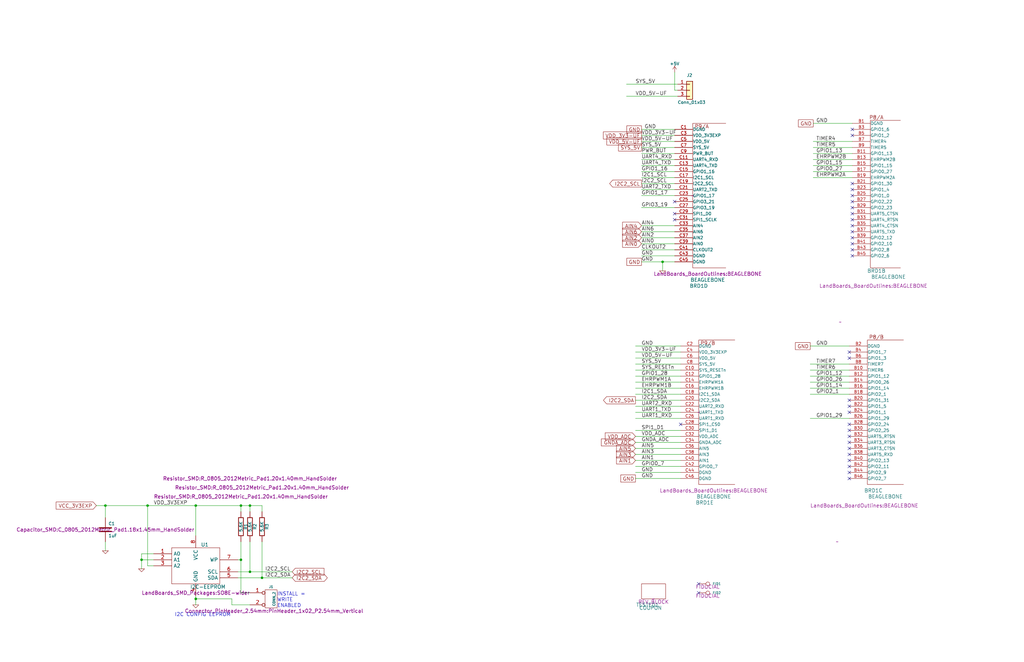
<source format=kicad_sch>
(kicad_sch (version 20211123) (generator eeschema)
  (paper "B")
  (title_block (title "BeagleBone Cape Baseline") (date "2022-06-08") (rev "1") (company "Lamd Boards, LLC") (comment 1 "land-boards.com"))
  (lib_symbols
    (symbol "BBB-GVS-4-rescue:BEAGLEBONE" (pin_names (offset 0.0254))
      (property "Reference" "U" (at 2.54 -33.02 0))
      (property "Value" "BEAGLEBONE" (at 7.62 -35.56 0))
      (symbol "BEAGLEBONE_1_1"
        (rectangle (start -10.16 8.89) (end 10.16 -7.62))
        (text "Battery/BL" (at 0 7.62 0) (effects (font (size 1.524 1.524))))
        (pin passive inverted (at -17.78 5.08 0) (length 7.62) (name "BAT") (number "A1"))
        (pin passive inverted (at 17.78 -5.08 180) (length 7.62) (name "BL_SINK2") (number "A10"))
        (pin passive inverted (at 17.78 5.08 180) (length 7.62) (name "BAT") (number "A2"))
        (pin passive inverted (at -17.78 2.54 0) (length 7.62) (name "BAT_S") (number "A3"))
        (pin passive inverted (at 17.78 2.54 180) (length 7.62) (name "BAT_TEMP") (number "A4"))
        (pin passive inverted (at -17.78 0 0) (length 7.62) (name "BL_ISET2") (number "A5"))
        (pin passive inverted (at 17.78 0 180) (length 7.62) (name "BL_ISET1") (number "A6"))
        (pin passive inverted (at -17.78 -2.54 0) (length 7.62) (name "BL_OUT") (number "A7"))
        (pin passive inverted (at 17.78 -2.54 180) (length 7.62) (name "BL_IN") (number "A8"))
        (pin passive inverted (at -17.78 -5.08 0) (length 7.62) (name "BL_SINK") (number "A9"))
      )
      (symbol "BEAGLEBONE_2_1"
        (polyline (pts (xy 1.27 30.48) (xy 12.7 30.48)))
        (polyline (pts (xy 1.27 30.48) (xy 0 30.48) (xy 0 -31.75) (xy 12.7 -31.75)))
        (text "P8/A" (at 2.54 31.75 0) (effects (font (size 1.524 1.524))))
        (pin power_out line (at -7.62 29.21 0) (length 7.62) (name "DGND") (number "B1"))
        (pin bidirectional line (at -7.62 16.51 0) (length 7.62) (name "GPIO1_13") (number "B11"))
        (pin bidirectional line (at -7.62 13.97 0) (length 7.62) (name "EHRPWM2B") (number "B13"))
        (pin bidirectional line (at -7.62 11.43 0) (length 7.62) (name "GPIO1_15") (number "B15"))
        (pin bidirectional line (at -7.62 8.89 0) (length 7.62) (name "GPIO0_27") (number "B17"))
        (pin bidirectional line (at -7.62 6.35 0) (length 7.62) (name "EHRPWM2A") (number "B19"))
        (pin bidirectional line (at -7.62 3.81 0) (length 7.62) (name "GPIO1_30") (number "B21"))
        (pin bidirectional line (at -7.62 1.27 0) (length 7.62) (name "GPIO1_4") (number "B23"))
        (pin bidirectional line (at -7.62 -1.27 0) (length 7.62) (name "GPIO1_0") (number "B25"))
        (pin bidirectional line (at -7.62 -3.81 0) (length 7.62) (name "GPIO2_22") (number "B27"))
        (pin bidirectional line (at -7.62 -6.35 0) (length 7.62) (name "GPIO2_23") (number "B29"))
        (pin bidirectional line (at -7.62 26.67 0) (length 7.62) (name "GPIO1_6") (number "B3"))
        (pin bidirectional line (at -7.62 -8.89 0) (length 7.62) (name "UART5_CTSN") (number "B31"))
        (pin bidirectional line (at -7.62 -11.43 0) (length 7.62) (name "UART4_RTSN") (number "B33"))
        (pin bidirectional line (at -7.62 -13.97 0) (length 7.62) (name "UART4_CTSN") (number "B35"))
        (pin bidirectional line (at -7.62 -16.51 0) (length 7.62) (name "UART5_TXD") (number "B37"))
        (pin bidirectional line (at -7.62 -19.05 0) (length 7.62) (name "GPIO2_12") (number "B39"))
        (pin bidirectional line (at -7.62 -21.59 0) (length 7.62) (name "GPIO2_10") (number "B41"))
        (pin bidirectional line (at -7.62 -24.13 0) (length 7.62) (name "GPIO2_8") (number "B43"))
        (pin bidirectional line (at -7.62 -26.67 0) (length 7.62) (name "GPIO2_6") (number "B45"))
        (pin bidirectional line (at -7.62 24.13 0) (length 7.62) (name "GPIO1_2") (number "B5"))
        (pin bidirectional line (at -7.62 21.59 0) (length 7.62) (name "TIMER4") (number "B7"))
        (pin bidirectional line (at -7.62 19.05 0) (length 7.62) (name "TIMER5") (number "B9"))
      )
      (symbol "BEAGLEBONE_3_1"
        (polyline (pts (xy 15.24 -30.48) (xy 0 -30.48) (xy 0 30.48) (xy 15.24 30.48)))
        (text "P8/B" (at 3.81 31.75 0) (effects (font (size 1.524 1.524))))
        (pin bidirectional line (at -7.62 17.78 0) (length 7.62) (name "TIMER6") (number "B10"))
        (pin bidirectional line (at -7.62 15.24 0) (length 7.62) (name "GPIO1_12") (number "B12"))
        (pin bidirectional line (at -7.62 12.7 0) (length 7.62) (name "GPIO0_26") (number "B14"))
        (pin bidirectional line (at -7.62 10.16 0) (length 7.62) (name "GPIO1_14") (number "B16"))
        (pin bidirectional line (at -7.62 7.62 0) (length 7.62) (name "GPIO2_1") (number "B18"))
        (pin power_out line (at -7.62 27.94 0) (length 7.62) (name "DGND") (number "B2"))
        (pin bidirectional line (at -7.62 5.08 0) (length 7.62) (name "GPIO1_31") (number "B20"))
        (pin bidirectional line (at -7.62 2.54 0) (length 7.62) (name "GPIO1_5") (number "B22"))
        (pin bidirectional line (at -7.62 0 0) (length 7.62) (name "GPIO1_1") (number "B24"))
        (pin bidirectional line (at -7.62 -2.54 0) (length 7.62) (name "GPIO1_29") (number "B26"))
        (pin bidirectional line (at -7.62 -5.08 0) (length 7.62) (name "GPIO2_24") (number "B28"))
        (pin bidirectional line (at -7.62 -7.62 0) (length 7.62) (name "GPIO2_25") (number "B30"))
        (pin bidirectional line (at -7.62 -10.16 0) (length 7.62) (name "UART5_RTSN") (number "B32"))
        (pin bidirectional line (at -7.62 -12.7 0) (length 7.62) (name "UART3_RTSN") (number "B34"))
        (pin bidirectional line (at -7.62 -15.24 0) (length 7.62) (name "UART3_CTSN") (number "B36"))
        (pin bidirectional line (at -7.62 -17.78 0) (length 7.62) (name "UART5_RXD") (number "B38"))
        (pin power_out line (at -7.62 25.4 0) (length 7.62) (name "GPIO1_7") (number "B4"))
        (pin bidirectional line (at -7.62 -20.32 0) (length 7.62) (name "GPIO2_13") (number "B40"))
        (pin bidirectional line (at -7.62 -22.86 0) (length 7.62) (name "GPIO2_11") (number "B42"))
        (pin bidirectional line (at -7.62 -25.4 0) (length 7.62) (name "GPIO2_9") (number "B44"))
        (pin bidirectional line (at -7.62 -27.94 0) (length 7.62) (name "GPIO2_7") (number "B46"))
        (pin power_out line (at -7.62 22.86 0) (length 7.62) (name "GPIO1_3") (number "B6"))
        (pin bidirectional line (at -7.62 20.32 0) (length 7.62) (name "TIMER7") (number "B8"))
      )
      (symbol "BEAGLEBONE_4_0"
        (polyline (pts (xy 13.97 -30.48) (xy 0 -30.48) (xy 0 27.94) (xy 0 30.48) (xy 13.97 30.48)))
      )
      (symbol "BEAGLEBONE_4_1"
        (text "P9/A" (at 3.81 29.21 0) (effects (font (size 1.524 1.524))))
        (pin power_in line (at -7.62 27.94 0) (length 7.62) (name "DGND") (number "C1"))
        (pin bidirectional line (at -7.62 15.24 0) (length 7.62) (name "UART4_RXD") (number "C11"))
        (pin bidirectional line (at -7.62 12.7 0) (length 7.62) (name "UART4_TXD") (number "C13"))
        (pin bidirectional line (at -7.62 10.16 0) (length 7.62) (name "GPIO1_16") (number "C15"))
        (pin bidirectional line (at -7.62 7.62 0) (length 7.62) (name "I2C1_SCL") (number "C17"))
        (pin bidirectional line (at -7.62 5.08 0) (length 7.62) (name "I2C2_SCL") (number "C19"))
        (pin bidirectional line (at -7.62 2.54 0) (length 7.62) (name "UART2_TXD") (number "C21"))
        (pin bidirectional line (at -7.62 0 0) (length 7.62) (name "GPIO1_17") (number "C23"))
        (pin bidirectional line (at -7.62 -2.54 0) (length 7.62) (name "GPIO3_21") (number "C25"))
        (pin bidirectional line (at -7.62 -5.08 0) (length 7.62) (name "GPIO3_19") (number "C27"))
        (pin bidirectional line (at -7.62 -7.62 0) (length 7.62) (name "SPI1_D0") (number "C29"))
        (pin power_out line (at -7.62 25.4 0) (length 7.62) (name "VDD_3V3EXP") (number "C3"))
        (pin bidirectional line (at -7.62 -10.16 0) (length 7.62) (name "SPI1_SCLK") (number "C31"))
        (pin bidirectional line (at -7.62 -12.7 0) (length 7.62) (name "AIN4") (number "C33"))
        (pin bidirectional line (at -7.62 -15.24 0) (length 7.62) (name "AIN6") (number "C35"))
        (pin bidirectional line (at -7.62 -17.78 0) (length 7.62) (name "AIN2") (number "C37"))
        (pin bidirectional line (at -7.62 -20.32 0) (length 7.62) (name "AIN0") (number "C39"))
        (pin bidirectional line (at -7.62 -22.86 0) (length 7.62) (name "CLKOUT2") (number "C41"))
        (pin bidirectional line (at -7.62 -25.4 0) (length 7.62) (name "DGND") (number "C43"))
        (pin bidirectional line (at -7.62 -27.94 0) (length 7.62) (name "DGND") (number "C45"))
        (pin power_out line (at -7.62 22.86 0) (length 7.62) (name "VDD_5V") (number "C5"))
        (pin bidirectional line (at -7.62 20.32 0) (length 7.62) (name "SYS_5V") (number "C7"))
        (pin bidirectional line (at -7.62 17.78 0) (length 7.62) (name "PWR_BUT") (number "C9"))
      )
      (symbol "BEAGLEBONE_5_1"
        (polyline (pts (xy 15.24 30.48) (xy 0 30.48) (xy 0 -30.48) (xy 15.24 -30.48)))
        (text "P9/B" (at 3.81 29.21 0) (effects (font (size 1.524 1.524))))
        (pin bidirectional line (at -7.62 17.78 0) (length 7.62) (name "SYS_RESETn") (number "C10"))
        (pin bidirectional line (at -7.62 15.24 0) (length 7.62) (name "GPIO1_28") (number "C12"))
        (pin bidirectional line (at -7.62 12.7 0) (length 7.62) (name "EHRPWM1A") (number "C14"))
        (pin bidirectional line (at -7.62 10.16 0) (length 7.62) (name "EHRPWM1B") (number "C16"))
        (pin bidirectional line (at -7.62 7.62 0) (length 7.62) (name "I2C1_SDA") (number "C18"))
        (pin power_in line (at -7.62 27.94 0) (length 7.62) (name "DGND") (number "C2"))
        (pin bidirectional line (at -7.62 5.08 0) (length 7.62) (name "I2C2_SDA") (number "C20"))
        (pin bidirectional line (at -7.62 2.54 0) (length 7.62) (name "UART2_RXD") (number "C22"))
        (pin bidirectional line (at -7.62 0 0) (length 7.62) (name "UART1_TXD") (number "C24"))
        (pin bidirectional line (at -7.62 -2.54 0) (length 7.62) (name "UART1_RXD") (number "C26"))
        (pin bidirectional line (at -7.62 -5.08 0) (length 7.62) (name "SPI1_CS0") (number "C28"))
        (pin bidirectional line (at -7.62 -7.62 0) (length 7.62) (name "SPI1_D1") (number "C30"))
        (pin power_out line (at -7.62 -10.16 0) (length 7.62) (name "VDD_ADC") (number "C32"))
        (pin power_out line (at -7.62 -12.7 0) (length 7.62) (name "GNDA_ADC") (number "C34"))
        (pin bidirectional line (at -7.62 -15.24 0) (length 7.62) (name "AIN5") (number "C36"))
        (pin bidirectional line (at -7.62 -17.78 0) (length 7.62) (name "AIN3") (number "C38"))
        (pin power_out line (at -7.62 25.4 0) (length 7.62) (name "VDD_3V3EXP") (number "C4"))
        (pin bidirectional line (at -7.62 -20.32 0) (length 7.62) (name "AIN1") (number "C40"))
        (pin power_out line (at -7.62 -22.86 0) (length 7.62) (name "GPIO0_7") (number "C42"))
        (pin bidirectional line (at -7.62 -25.4 0) (length 7.62) (name "DGND") (number "C44"))
        (pin bidirectional line (at -7.62 -27.94 0) (length 7.62) (name "DGND") (number "C46"))
        (pin power_out line (at -7.62 22.86 0) (length 7.62) (name "VDD_5V") (number "C6"))
        (pin bidirectional line (at -7.62 20.32 0) (length 7.62) (name "SYS_5V") (number "C8"))
      )
    )
    (symbol "BBB-GVS-4-rescue:C-RESCUE-BBB-GVS-3" (pin_numbers hide) (pin_names (offset 0.254))
      (property "Reference" "C" (at 1.27 2.54 0))
      (property "Value" "C-RESCUE-BBB-GVS-3" (at 1.27 -2.54 0))
      (symbol "C-RESCUE-BBB-GVS-3_0_1"
        (polyline (pts (xy -2.54 -0.762) (xy 2.54 -0.762)) (stroke (width 0.508)))
        (polyline (pts (xy -2.54 0.762) (xy 2.54 0.762)) (stroke (width 0.508)))
      )
      (symbol "C-RESCUE-BBB-GVS-3_1_1"
        (pin passive line (at 0 5.08 270) (length 4.318) (name "~") (number "1"))
        (pin passive line (at 0 -5.08 90) (length 4.318) (name "~") (number "2"))
      )
    )
    (symbol "BBB-GVS-4-rescue:CONN_1" (pin_numbers hide) (pin_names (offset 0.762) hide)
      (property "Reference" "P" (at 2.032 0 0))
      (symbol "CONN_1_0_1"
        (polyline (pts (xy -0.762 0) (xy -1.27 0)))
        (circle (center 0 0) (radius 0.7874))
      )
      (symbol "CONN_1_1_1"
        (pin passive line (at -3.81 0 0) (length 2.54) (name "1") (number "1"))
      )
    )
    (symbol "BBB-GVS-4-rescue:CONN_2" (pin_names (offset 1.016) hide)
      (property "Reference" "P" (at -1.27 0 90))
      (property "Value" "CONN_2" (at 1.27 0 90))
      (symbol "CONN_2_0_1"
        (rectangle (start -2.54 3.81) (end 2.54 -3.81))
      )
      (symbol "CONN_2_1_1"
        (pin passive inverted (at -8.89 2.54 0) (length 6.35) (name "P1") (number "1"))
        (pin passive inverted (at -8.89 -2.54 0) (length 6.35) (name "PM") (number "2"))
      )
    )
    (symbol "BBB-GVS-4-rescue:COUPON" (pin_names (offset 1.016))
      (property "Reference" "COUP?" (at 0 0 0))
      (property "Value" "COUPON" (at 0 0 0))
      (symbol "COUPON_0_1"
        (rectangle (start -5.08 0) (end 5.08 6.35))
      )
    )
    (symbol "BBB-GVS-4-rescue:GND-RESCUE-BBB-GVS-3" (power) (pin_names (offset 0))
      (symbol "GND-RESCUE-BBB-GVS-3_0_1"
        (polyline (pts (xy -1.27 0) (xy 0 -1.27) (xy 1.27 0) (xy -1.27 0)))
      )
      (symbol "GND-RESCUE-BBB-GVS-3_1_1"
        (pin power_in line (at 0 0 90) (length 0) hide (name "GND") (number "1"))
      )
    )
    (symbol "BBB-GVS-4-rescue:I2C-EEPROM" (pin_names (offset 0.762))
      (property "Reference" "U" (at 3.81 8.89 0))
      (property "Value" "I2C-EEPROM" (at 8.89 -8.89 0))
      (symbol "I2C-EEPROM_0_0"
        (pin power_in line (at 0 -12.7 90) (length 5.08) (name "GND") (number "4"))
        (pin power_in line (at 0 12.7 270) (length 5.08) (name "VCC") (number "8"))
      )
      (symbol "I2C-EEPROM_0_1"
        (rectangle (start -10.16 -7.62) (end 10.16 7.62))
      )
      (symbol "I2C-EEPROM_1_1"
        (pin input line (at -17.78 5.08 0) (length 7.62) (name "A0") (number "1"))
        (pin input line (at -17.78 2.54 0) (length 7.62) (name "A1") (number "2"))
        (pin input line (at -17.78 0 0) (length 7.62) (name "A2") (number "3"))
        (pin bidirectional line (at 17.78 -5.08 180) (length 7.62) (name "SDA") (number "5"))
        (pin input line (at 17.78 -2.54 180) (length 7.62) (name "SCL") (number "6"))
        (pin input line (at 17.78 2.54 180) (length 7.62) (name "WP") (number "7"))
      )
    )
    (symbol "BBB-GVS-4-rescue:R-RESCUE-BBB-GVS-3" (pin_numbers hide) (pin_names (offset 0))
      (property "Reference" "R" (at 2.032 0 90))
      (property "Value" "R-RESCUE-BBB-GVS-3" (at 0 0 90))
      (symbol "R-RESCUE-BBB-GVS-3_0_1"
        (rectangle (start -1.016 3.81) (end 1.016 -3.81) (stroke (width 0.3048)))
      )
      (symbol "R-RESCUE-BBB-GVS-3_1_1"
        (pin passive line (at 0 6.35 270) (length 2.54) (name "~") (number "1"))
        (pin passive line (at 0 -6.35 90) (length 2.54) (name "~") (number "2"))
      )
    )
    (symbol "Connector_Generic:Conn_01x03" (pin_names (offset 1.016) hide)
      (property "Reference" "J" (at 0 5.08 0))
      (property "Value" "Conn_01x03" (at 0 -5.08 0))
      (symbol "Conn_01x03_1_1"
        (rectangle (start -1.27 -2.413) (end 0 -2.667) (stroke (width 0.1524)))
        (rectangle (start -1.27 0.127) (end 0 -0.127) (stroke (width 0.1524)))
        (rectangle (start -1.27 2.667) (end 0 2.413) (stroke (width 0.1524)))
        (rectangle (start -1.27 3.81) (end 1.27 -3.81) (stroke (width 0.254)) (fill (type background)))
        (pin passive line (at -5.08 2.54 0) (length 3.81) (name "Pin_1") (number "1"))
        (pin passive line (at -5.08 0 0) (length 3.81) (name "Pin_2") (number "2"))
        (pin passive line (at -5.08 -2.54 0) (length 3.81) (name "Pin_3") (number "3"))
      )
    )
    (symbol "power:+5V" (power) (pin_names (offset 0))
      (property "Value" "+5V" (at 0 3.556 0))
      (symbol "+5V_0_1"
        (polyline (pts (xy -0.762 1.27) (xy 0 2.54)))
        (polyline (pts (xy 0 0) (xy 0 2.54)))
        (polyline (pts (xy 0 2.54) (xy 0.762 1.27)))
      )
      (symbol "+5V_1_1"
        (pin power_in line (at 0 0 90) (length 0) hide (name "+5V") (number "1"))
      )
    )
  )
  (junction (at 82.55 213.36))
  (junction (at 110.49 243.84))
  (junction (at 44.45 213.36))
  (junction (at 59.69 236.22))
  (junction (at 101.6 213.36))
  (junction (at 279.4 110.49))
  (junction (at 62.23 213.36))
  (junction (at 82.55 252.73))
  (junction (at 101.6 236.22))
  (junction (at 105.41 241.3))
  (junction (at 105.41 213.36))
  (no_connect (at 359.41 54.61))
  (no_connect (at 358.14 199.39))
  (no_connect (at 287.02 179.07))
  (no_connect (at 358.14 179.07))
  (no_connect (at 359.41 102.87))
  (no_connect (at 359.41 85.09))
  (no_connect (at 358.14 201.93))
  (no_connect (at 358.14 196.85))
  (no_connect (at 358.14 189.23))
  (no_connect (at 284.48 90.17))
  (no_connect (at 359.41 92.71))
  (no_connect (at 358.14 184.15))
  (no_connect (at 359.41 82.55))
  (no_connect (at 359.41 107.95))
  (no_connect (at 359.41 80.01))
  (no_connect (at 358.14 173.99))
  (no_connect (at 359.41 77.47))
  (no_connect (at 284.48 92.71))
  (no_connect (at 359.41 105.41))
  (no_connect (at 294.64 250.19))
  (no_connect (at 294.64 246.38))
  (no_connect (at 358.14 181.61))
  (no_connect (at 358.14 168.91))
  (no_connect (at 358.14 171.45))
  (no_connect (at 359.41 57.15))
  (no_connect (at 359.41 87.63))
  (no_connect (at 359.41 97.79))
  (no_connect (at 358.14 194.31))
  (no_connect (at 359.41 90.17))
  (no_connect (at 358.14 151.13))
  (no_connect (at 358.14 186.69))
  (no_connect (at 359.41 95.25))
  (no_connect (at 284.48 85.09))
  (no_connect (at 358.14 148.59))
  (no_connect (at 358.14 191.77))
  (no_connect (at 359.41 100.33))
  (wire (pts (xy 64.77 236.22) (xy 59.69 236.22)))
  (wire (pts (xy 287.02 148.59) (xy 267.97 148.59)))
  (wire (pts (xy 105.41 241.3) (xy 123.19 241.3)))
  (wire (pts (xy 59.69 236.22) (xy 59.69 240.03)))
  (wire (pts (xy 105.41 228.6) (xy 105.41 241.3)))
  (wire (pts (xy 287.02 168.91) (xy 267.97 168.91)))
  (wire (pts (xy 284.48 80.01) (xy 270.51 80.01)))
  (wire (pts (xy 284.48 95.25) (xy 270.51 95.25)))
  (wire (pts (xy 359.41 69.85) (xy 342.9 69.85)))
  (wire (pts (xy 279.4 110.49) (xy 279.4 114.3)))
  (wire (pts (xy 287.02 156.21) (xy 267.97 156.21)))
  (wire (pts (xy 287.02 166.37) (xy 267.97 166.37)))
  (wire (pts (xy 287.02 199.39) (xy 267.97 199.39)))
  (wire (pts (xy 264.16 35.56) (xy 285.75 35.56)))
  (wire (pts (xy 287.02 151.13) (xy 267.97 151.13)))
  (wire (pts (xy 284.48 87.63) (xy 270.51 87.63)))
  (wire (pts (xy 358.14 176.53) (xy 341.63 176.53)))
  (wire (pts (xy 105.41 215.9) (xy 105.41 213.36)))
  (wire (pts (xy 287.02 153.67) (xy 267.97 153.67)))
  (wire (pts (xy 284.48 82.55) (xy 270.51 82.55)))
  (wire (pts (xy 358.14 158.75) (xy 341.63 158.75)))
  (wire (pts (xy 359.41 59.69) (xy 342.9 59.69)))
  (wire (pts (xy 284.48 59.69) (xy 270.51 59.69)))
  (wire (pts (xy 287.02 163.83) (xy 267.97 163.83)))
  (wire (pts (xy 287.02 194.31) (xy 267.97 194.31)))
  (wire (pts (xy 270.51 110.49) (xy 279.4 110.49)))
  (wire (pts (xy 284.48 100.33) (xy 270.51 100.33)))
  (wire (pts (xy 279.4 110.49) (xy 284.48 110.49)))
  (wire (pts (xy 359.41 64.77) (xy 342.9 64.77)))
  (wire (pts (xy 284.48 69.85) (xy 270.51 69.85)))
  (wire (pts (xy 110.49 213.36) (xy 110.49 215.9)))
  (wire (pts (xy 358.14 166.37) (xy 341.63 166.37)))
  (wire (pts (xy 82.55 252.73) (xy 97.79 252.73)))
  (wire (pts (xy 358.14 161.29) (xy 341.63 161.29)))
  (wire (pts (xy 287.02 176.53) (xy 267.97 176.53)))
  (wire (pts (xy 44.45 213.36) (xy 44.45 218.44)))
  (wire (pts (xy 359.41 72.39) (xy 342.9 72.39)))
  (wire (pts (xy 359.41 74.93) (xy 342.9 74.93)))
  (wire (pts (xy 101.6 213.36) (xy 105.41 213.36)))
  (wire (pts (xy 59.69 233.68) (xy 59.69 236.22)))
  (wire (pts (xy 284.48 54.61) (xy 270.51 54.61)))
  (wire (pts (xy 284.48 105.41) (xy 270.51 105.41)))
  (wire (pts (xy 284.48 74.93) (xy 270.51 74.93)))
  (wire (pts (xy 287.02 173.99) (xy 267.97 173.99)))
  (wire (pts (xy 82.55 213.36) (xy 101.6 213.36)))
  (wire (pts (xy 101.6 236.22) (xy 101.6 250.19)))
  (wire (pts (xy 97.79 252.73) (xy 97.79 255.27)))
  (wire (pts (xy 358.14 146.05) (xy 341.63 146.05)))
  (wire (pts (xy 358.14 163.83) (xy 341.63 163.83)))
  (wire (pts (xy 284.48 30.48) (xy 284.48 38.1)))
  (wire (pts (xy 101.6 228.6) (xy 101.6 236.22)))
  (wire (pts (xy 82.55 226.06) (xy 82.55 213.36)))
  (wire (pts (xy 359.41 67.31) (xy 342.9 67.31)))
  (wire (pts (xy 110.49 243.84) (xy 123.19 243.84)))
  (wire (pts (xy 105.41 213.36) (xy 110.49 213.36)))
  (wire (pts (xy 62.23 238.76) (xy 62.23 213.36)))
  (wire (pts (xy 285.75 38.1) (xy 284.48 38.1)))
  (wire (pts (xy 100.33 243.84) (xy 110.49 243.84)))
  (wire (pts (xy 284.48 62.23) (xy 270.51 62.23)))
  (wire (pts (xy 101.6 215.9) (xy 101.6 213.36)))
  (wire (pts (xy 284.48 107.95) (xy 270.51 107.95)))
  (wire (pts (xy 284.48 72.39) (xy 270.51 72.39)))
  (wire (pts (xy 264.16 40.64) (xy 285.75 40.64)))
  (wire (pts (xy 284.48 102.87) (xy 270.51 102.87)))
  (wire (pts (xy 287.02 184.15) (xy 267.97 184.15)))
  (wire (pts (xy 64.77 238.76) (xy 62.23 238.76)))
  (wire (pts (xy 358.14 156.21) (xy 341.63 156.21)))
  (wire (pts (xy 101.6 250.19) (xy 105.41 250.19)))
  (wire (pts (xy 284.48 77.47) (xy 270.51 77.47)))
  (wire (pts (xy 287.02 196.85) (xy 267.97 196.85)))
  (wire (pts (xy 64.77 233.68) (xy 59.69 233.68)))
  (wire (pts (xy 287.02 181.61) (xy 267.97 181.61)))
  (wire (pts (xy 40.64 213.36) (xy 44.45 213.36)))
  (wire (pts (xy 287.02 158.75) (xy 267.97 158.75)))
  (wire (pts (xy 287.02 201.93) (xy 267.97 201.93)))
  (wire (pts (xy 358.14 153.67) (xy 341.63 153.67)))
  (wire (pts (xy 284.48 57.15) (xy 270.51 57.15)))
  (wire (pts (xy 97.79 255.27) (xy 105.41 255.27)))
  (wire (pts (xy 287.02 189.23) (xy 267.97 189.23)))
  (wire (pts (xy 287.02 161.29) (xy 267.97 161.29)))
  (wire (pts (xy 287.02 186.69) (xy 267.97 186.69)))
  (wire (pts (xy 284.48 67.31) (xy 270.51 67.31)))
  (wire (pts (xy 267.97 146.05) (xy 287.02 146.05)))
  (wire (pts (xy 100.33 241.3) (xy 105.41 241.3)))
  (wire (pts (xy 284.48 64.77) (xy 270.51 64.77)))
  (wire (pts (xy 62.23 213.36) (xy 82.55 213.36)))
  (wire (pts (xy 100.33 236.22) (xy 101.6 236.22)))
  (wire (pts (xy 82.55 251.46) (xy 82.55 252.73)))
  (wire (pts (xy 82.55 252.73) (xy 82.55 255.27)))
  (wire (pts (xy 284.48 97.79) (xy 270.51 97.79)))
  (wire (pts (xy 44.45 213.36) (xy 62.23 213.36)))
  (wire (pts (xy 342.9 62.23) (xy 359.41 62.23)))
  (wire (pts (xy 110.49 228.6) (xy 110.49 243.84)))
  (wire (pts (xy 287.02 171.45) (xy 267.97 171.45)))
  (wire (pts (xy 359.41 52.07) (xy 342.9 52.07)))
  (wire (pts (xy 44.45 228.6) (xy 44.45 232.41)))
  (wire (pts (xy 287.02 191.77) (xy 267.97 191.77)))
  (text "INSTALL = \nWRITE \nENABLED" (at 116.84 256.54 0) (effects (font (size 1.524 1.524)) (justify left bottom)))
  (text "I2C CONFIG EEPROM" (at 73.66 260.35 0) (effects (font (size 1.524 1.524)) (justify left bottom)))
  (label "EHRPWM1B" (at 270.51 163.83 0) (effects (font (size 1.524 1.524))))
  (label "I2C2_SCL" (at 111.76 241.3 0) (effects (font (size 1.524 1.524))))
  (label "GPIO1_29" (at 344.17 176.53 0) (effects (font (size 1.524 1.524))))
  (label "PWR_BUT" (at 270.51 64.77 0) (effects (font (size 1.524 1.524))))
  (label "TIMER7" (at 344.17 153.67 0) (effects (font (size 1.524 1.524))))
  (label "UART2_RXD" (at 270.51 171.45 0) (effects (font (size 1.524 1.524))))
  (label "I2C2_SCL" (at 270.51 77.47 0) (effects (font (size 1.524 1.524))))
  (label "SPI1_D1" (at 270.51 181.61 0) (effects (font (size 1.524 1.524))))
  (label "AIN0" (at 270.51 102.87 0) (effects (font (size 1.524 1.524))))
  (label "GPIO1_16" (at 270.51 72.39 0) (effects (font (size 1.524 1.524))))
  (label "GND" (at 344.17 52.07 0) (effects (font (size 1.524 1.524))))
  (label "AIN6" (at 270.51 97.79 0) (effects (font (size 1.524 1.524))))
  (label "GNDA_ADC" (at 270.51 186.69 0) (effects (font (size 1.524 1.524))))
  (label "I2C1_SCL" (at 270.51 74.93 0) (effects (font (size 1.524 1.524))))
  (label "EHRPWM2A" (at 344.17 74.93 0) (effects (font (size 1.524 1.524))))
  (label "GPIO1_14" (at 344.17 163.83 0) (effects (font (size 1.524 1.524))))
  (label "CLKOUT2" (at 270.51 105.41 0) (effects (font (size 1.524 1.524))))
  (label "GPIO1_17" (at 270.51 82.55 0) (effects (font (size 1.524 1.524))))
  (label "TIMER4" (at 344.17 59.69 0) (effects (font (size 1.524 1.524))))
  (label "I2C1_SDA" (at 270.51 166.37 0) (effects (font (size 1.524 1.524))))
  (label "GND" (at 270.51 201.93 0) (effects (font (size 1.524 1.524))))
  (label "UART4_RXD" (at 270.51 67.31 0) (effects (font (size 1.524 1.524))))
  (label "GPIO1_13" (at 344.17 64.77 0) (effects (font (size 1.524 1.524))))
  (label "UART4_TXD" (at 270.51 69.85 0) (effects (font (size 1.524 1.524))))
  (label "TIMER6" (at 344.17 156.21 0) (effects (font (size 1.524 1.524))))
  (label "SYS_5V" (at 270.51 62.23 0) (effects (font (size 1.524 1.524))))
  (label "AIN4" (at 270.51 95.25 0) (effects (font (size 1.524 1.524))))
  (label "SYS_5V" (at 270.51 153.67 0) (effects (font (size 1.524 1.524))))
  (label "TIMER5" (at 344.17 62.23 0) (effects (font (size 1.524 1.524))))
  (label "GND" (at 270.51 107.95 0) (effects (font (size 1.524 1.524))))
  (label "GPIO0_26" (at 344.17 161.29 0) (effects (font (size 1.524 1.524))))
  (label "GND" (at 270.51 199.39 0) (effects (font (size 1.524 1.524))))
  (label "VDD_5V-UF" (at 270.51 151.13 0) (effects (font (size 1.524 1.524))))
  (label "GPIO0_7" (at 270.51 196.85 0) (effects (font (size 1.524 1.524))))
  (label "GPIO2_1" (at 344.17 166.37 0) (effects (font (size 1.524 1.524))))
  (label "GPIO1_15" (at 344.17 69.85 0) (effects (font (size 1.524 1.524))))
  (label "GPIO0_27" (at 344.17 72.39 0) (effects (font (size 1.524 1.524))))
  (label "GPIO3_19" (at 270.51 87.63 0) (effects (font (size 1.524 1.524))))
  (label "AIN5" (at 270.51 189.23 0) (effects (font (size 1.524 1.524))))
  (label "I2C2_SDA" (at 270.51 168.91 0) (effects (font (size 1.524 1.524))))
  (label "GND" (at 344.17 146.05 0) (effects (font (size 1.524 1.524))))
  (label "AIN2" (at 270.51 100.33 0) (effects (font (size 1.524 1.524))))
  (label "GND" (at 270.51 110.49 0) (effects (font (size 1.524 1.524))))
  (label "AIN3" (at 270.51 191.77 0) (effects (font (size 1.524 1.524))))
  (label "GND" (at 271.78 54.61 0) (effects (font (size 1.524 1.524))))
  (label "GND" (at 270.51 146.05 0) (effects (font (size 1.524 1.524))))
  (label "EHRPWM2B" (at 344.17 67.31 0) (effects (font (size 1.524 1.524))))
  (label "VDD_3V3EXP" (at 64.77 213.36 0) (effects (font (size 1.524 1.524))))
  (label "VDD_ADC" (at 270.51 184.15 0) (effects (font (size 1.524 1.524))))
  (label "I2C2_SDA" (at 111.76 243.84 0) (effects (font (size 1.524 1.524))))
  (label "SYS_5V" (at 267.97 35.56 0) (effects (font (size 1.524 1.524))))
  (label "UART2_TXD" (at 270.51 80.01 0) (effects (font (size 1.524 1.524))))
  (label "EHRPWM1A" (at 270.51 161.29 0) (effects (font (size 1.524 1.524))))
  (label "VDD_3V3-UF" (at 270.51 148.59 0) (effects (font (size 1.524 1.524))))
  (label "VDD_3V3-UF" (at 270.51 57.15 0) (effects (font (size 1.524 1.524))))
  (label "GPIO1_28" (at 270.51 158.75 0) (effects (font (size 1.524 1.524))))
  (label "UART1_TXD" (at 270.51 173.99 0) (effects (font (size 1.524 1.524))))
  (label "GPIO1_12" (at 344.17 158.75 0) (effects (font (size 1.524 1.524))))
  (label "VDD_5V-UF" (at 270.51 59.69 0) (effects (font (size 1.524 1.524))))
  (label "AIN1" (at 270.51 194.31 0) (effects (font (size 1.524 1.524))))
  (label "UART1_RXD" (at 270.51 176.53 0) (effects (font (size 1.524 1.524))))
  (label "SYS_RESETn" (at 270.51 156.21 0) (effects (font (size 1.524 1.524))))
  (label "VDD_5V-UF" (at 267.97 40.64 0) (effects (font (size 1.524 1.524))))
  (global_label "AIN0" (shape input) (at 270.51 102.87 180) (effects (font (size 1.524 1.524))) (property "Intersheet References" "${INTERSHEET_REFS}" (effects hide)))
  (global_label "GND" (shape passive) (at 342.9 52.07 180) (effects (font (size 1.524 1.524))) (property "Intersheet References" "${INTERSHEET_REFS}" (effects hide)))
  (global_label "GND" (shape passive) (at 341.63 146.05 180) (effects (font (size 1.524 1.524))) (property "Intersheet References" "${INTERSHEET_REFS}" (effects hide)))
  (global_label "I2C2_SDA" (shape output) (at 267.97 168.91 180) (effects (font (size 1.524 1.524))) (property "Intersheet References" "${INTERSHEET_REFS}" (effects hide)))
  (global_label "GND" (shape passive) (at 270.51 54.61 180) (effects (font (size 1.524 1.524))) (property "Intersheet References" "${INTERSHEET_REFS}" (effects hide)))
  (global_label "AIN5" (shape input) (at 267.97 189.23 180) (effects (font (size 1.524 1.524))) (property "Intersheet References" "${INTERSHEET_REFS}" (effects hide)))
  (global_label "VDD_ADC" (shape input) (at 267.97 184.15 180) (effects (font (size 1.524 1.524))) (property "Intersheet References" "${INTERSHEET_REFS}" (effects hide)))
  (global_label "AIN6" (shape input) (at 270.51 97.79 180) (effects (font (size 1.524 1.524))) (property "Intersheet References" "${INTERSHEET_REFS}" (effects hide)))
  (global_label "AIN1" (shape input) (at 267.97 194.31 180) (effects (font (size 1.524 1.524))) (property "Intersheet References" "${INTERSHEET_REFS}" (effects hide)))
  (global_label "I2C2_SCL" (shape output) (at 270.51 77.47 180) (effects (font (size 1.524 1.524))) (property "Intersheet References" "${INTERSHEET_REFS}" (effects hide)))
  (global_label "GNDA_ADC" (shape input) (at 267.97 186.69 180) (effects (font (size 1.524 1.524))) (property "Intersheet References" "${INTERSHEET_REFS}" (effects hide)))
  (global_label "AIN2" (shape input) (at 270.51 100.33 180) (effects (font (size 1.524 1.524))) (property "Intersheet References" "${INTERSHEET_REFS}" (effects hide)))
  (global_label "GND" (shape passive) (at 270.51 110.49 180) (effects (font (size 1.524 1.524))) (property "Intersheet References" "${INTERSHEET_REFS}" (effects hide)))
  (global_label "AIN3" (shape input) (at 267.97 191.77 180) (effects (font (size 1.524 1.524))) (property "Intersheet References" "${INTERSHEET_REFS}" (effects hide)))
  (global_label "I2C2_SCL" (shape input) (at 123.19 241.3 0) (effects (font (size 1.524 1.524))) (property "Intersheet References" "${INTERSHEET_REFS}" (effects hide)))
  (global_label "VDD_5V-UF" (shape passive) (at 270.51 59.69 180) (effects (font (size 1.524 1.524))) (property "Intersheet References" "${INTERSHEET_REFS}" (effects hide)))
  (global_label "AIN4" (shape input) (at 270.51 95.25 180) (effects (font (size 1.524 1.524))) (property "Intersheet References" "${INTERSHEET_REFS}" (effects hide)))
  (global_label "SYS_5V" (shape passive) (at 270.51 62.23 180) (effects (font (size 1.524 1.524))) (property "Intersheet References" "${INTERSHEET_REFS}" (effects hide)))
  (global_label "GND" (shape passive) (at 267.97 201.93 180) (effects (font (size 1.524 1.524))) (property "Intersheet References" "${INTERSHEET_REFS}" (effects hide)))
  (global_label "I2C2_SDA" (shape bidirectional) (at 123.19 243.84 0) (effects (font (size 1.524 1.524))) (property "Intersheet References" "${INTERSHEET_REFS}" (effects hide)))
  (global_label "VCC_3V3EXP" (shape input) (at 40.64 213.36 180) (effects (font (size 1.524 1.524))) (property "Intersheet References" "${INTERSHEET_REFS}" (effects hide)))
  (global_label "VDD_3V3-UF" (shape passive) (at 270.51 57.15 180) (effects (font (size 1.524 1.524))) (property "Intersheet References" "${INTERSHEET_REFS}" (effects hide)))
  (symbol (lib_id "BBB-GVS-4-rescue:CONN_1") (at 298.45 250.19 0) (unit 1)
    (property "Reference" "FID2" (at 300.482 250.19 0) (effects (font (size 1.016 1.016)) (justify left)))
    (property "Value" "CONN_1" (effects hide))
    (property "Footprint" "FIDUCIAL" (at 298.45 251.46 0) (effects (font (size 1.524 1.524))))
  )
  (symbol (lib_id "BBB-GVS-4-rescue:CONN_1") (at 298.45 246.38 0) (unit 1)
    (property "Reference" "FID1" (at 300.482 246.38 0) (effects (font (size 1.016 1.016)) (justify left)))
    (property "Value" "CONN_1" (effects hide))
    (property "Footprint" "FIDUCIAL" (at 298.45 247.65 0) (effects (font (size 1.524 1.524))))
  )
  (symbol (lib_id "BBB-GVS-4-rescue:COUPON") (at 275.59 252.73 0) (unit 1)
    (property "Reference" "TESTED1" (at 273.05 255.27 0) (effects (font (size 1.524 1.524))))
    (property "Value" "COUPON" (at 274.32 256.54 0) (effects (font (size 1.524 1.524))))
    (property "Footprint" "REV_BLOCK" (at 275.59 254 0) (effects (font (size 1.524 1.524))))
    (property "Datasheet" "~" (at 275.59 252.73 0) (effects (font (size 1.524 1.524))))
  )
  (symbol (lib_id "BBB-GVS-4-rescue:GND-RESCUE-BBB-GVS-3") (at 59.69 240.03 0) (unit 1)
    (property "Reference" "#U0102" (effects hide))
  )
  (symbol (lib_id "BBB-GVS-4-rescue:GND-RESCUE-BBB-GVS-3") (at 82.55 255.27 0) (unit 1)
    (property "Reference" "#U0103" (effects hide))
  )
  (symbol (lib_id "BBB-GVS-4-rescue:GND-RESCUE-BBB-GVS-3") (at 44.45 232.41 0) (unit 1)
    (property "Reference" "#U0104" (effects hide))
  )
  (symbol (lib_id "BBB-GVS-4-rescue:R-RESCUE-BBB-GVS-3") (at 110.49 222.25 0) (unit 1)
    (property "Reference" "R3" (at 112.522 222.25 90))
    (property "Value" "5.6K" (at 110.49 222.25 90))
    (property "Footprint" "Resistor_SMD:R_0805_2012Metric_Pad1.20x1.40mm_HandSolder" (at 110.49 205.74 0) (effects (font (size 1.524 1.524))))
  )
  (symbol (lib_id "BBB-GVS-4-rescue:C-RESCUE-BBB-GVS-3") (at 44.45 223.52 0) (unit 1)
    (property "Reference" "C1" (at 45.72 220.98 0) (effects (justify left)))
    (property "Value" "1uF" (at 45.72 226.06 0) (effects (justify left)))
    (property "Footprint" "Capacitor_SMD:C_0805_2012Metric_Pad1.18x1.45mm_HandSolder" (at 44.45 223.52 0) (effects (font (size 1.524 1.524))))
  )
  (symbol (lib_id "BBB-GVS-4-rescue:GND-RESCUE-BBB-GVS-3") (at 279.4 114.3 0) (unit 1)
    (property "Reference" "#U0101" (effects hide))
  )
  (symbol (lib_id "BBB-GVS-4-rescue:BEAGLEBONE") (at 365.76 173.99 0) (unit 3)
    (property "Reference" "BRD1" (at 368.3 207.01 0) (effects (font (size 1.524 1.524))))
    (property "Value" "BEAGLEBONE" (at 373.38 209.55 0) (effects (font (size 1.524 1.524))))
    (property "Footprint" "LandBoards_BoardOutlines:BEAGLEBONE" (at 364.49 213.36 0) (effects (font (size 1.524 1.524))))
    (property "Datasheet" "~" (at 353.06 228.6 0) (effects (font (size 1.524 1.524))))
  )
  (symbol (lib_id "BBB-GVS-4-rescue:BEAGLEBONE") (at 367.03 81.28 0) (unit 2)
    (property "Reference" "BRD1" (at 369.57 114.3 0) (effects (font (size 1.524 1.524))))
    (property "Value" "BEAGLEBONE" (at 374.65 116.84 0) (effects (font (size 1.524 1.524))))
    (property "Footprint" "LandBoards_BoardOutlines:BEAGLEBONE" (at 368.3 120.65 0) (effects (font (size 1.524 1.524))))
    (property "Datasheet" "~" (at 354.33 135.89 0) (effects (font (size 1.524 1.524))))
  )
  (symbol (lib_id "BBB-GVS-4-rescue:I2C-EEPROM") (at 82.55 238.76 0) (unit 1)
    (property "Reference" "U1" (at 86.36 229.87 0) (effects (font (size 1.524 1.524))))
    (property "Value" "I2C-EEPROM" (at 87.63 247.65 0) (effects (font (size 1.524 1.524))))
    (property "Footprint" "LandBoards_SMD_Packages:SO8E-wider" (at 82.55 250.19 0) (effects (font (size 1.524 1.524))))
  )
  (symbol (lib_id "BBB-GVS-4-rescue:BEAGLEBONE") (at 294.64 173.99 0) (unit 5)
    (property "Reference" "BRD1" (at 297.18 212.09 0) (effects (font (size 1.524 1.524))))
    (property "Value" "BEAGLEBONE" (at 300.99 209.55 0) (effects (font (size 1.524 1.524))))
    (property "Footprint" "LandBoards_BoardOutlines:BEAGLEBONE" (at 300.99 207.01 0) (effects (font (size 1.524 1.524))))
    (property "Datasheet" "~" (at 294.64 173.99 0) (effects (font (size 1.524 1.524))))
  )
  (symbol (lib_id "BBB-GVS-4-rescue:BEAGLEBONE") (at 292.1 82.55 0) (unit 4)
    (property "Reference" "BRD1" (at 294.64 120.65 0) (effects (font (size 1.524 1.524))))
    (property "Value" "BEAGLEBONE" (at 298.45 118.11 0) (effects (font (size 1.524 1.524))))
    (property "Footprint" "LandBoards_BoardOutlines:BEAGLEBONE" (at 298.45 115.57 0) (effects (font (size 1.524 1.524))))
    (property "Datasheet" "~" (at 292.1 82.55 0) (effects (font (size 1.524 1.524))))
  )
  (symbol (lib_id "BBB-GVS-4-rescue:R-RESCUE-BBB-GVS-3") (at 101.6 222.25 0) (unit 1)
    (property "Reference" "R1" (at 103.632 222.25 90))
    (property "Value" "5.6K" (at 101.6 222.25 90))
    (property "Footprint" "Resistor_SMD:R_0805_2012Metric_Pad1.20x1.40mm_HandSolder" (at 101.6 209.55 0) (effects (font (size 1.524 1.524))))
  )
  (symbol (lib_id "power:+5V") (at 284.48 30.48 0) (unit 1)
    (property "Reference" "#PWR0101" (effects hide))
    (property "Value" "+5V" (at 284.48 26.8755 0))
  )
  (symbol (lib_id "BBB-GVS-4-rescue:CONN_2") (at 114.3 252.73 0) (unit 1)
    (property "Reference" "J1" (at 114.3 247.65 0) (effects (font (size 1.016 1.016))))
    (property "Value" "CONN_2" (at 115.57 252.73 90) (effects (font (size 1.016 1.016))))
    (property "Footprint" "Connector_PinHeader_2.54mm:PinHeader_1x02_P2.54mm_Vertical" (at 115.57 257.81 0) (effects (font (size 1.524 1.524))))
  )
  (symbol (lib_id "BBB-GVS-4-rescue:R-RESCUE-BBB-GVS-3") (at 105.41 222.25 0) (unit 1)
    (property "Reference" "R2" (at 107.442 222.25 90))
    (property "Value" "5.6K" (at 105.41 222.25 90))
    (property "Footprint" "Resistor_SMD:R_0805_2012Metric_Pad1.20x1.40mm_HandSolder" (at 105.41 201.93 0) (effects (font (size 1.524 1.524))))
  )
  (symbol (lib_id "Connector_Generic:Conn_01x03") (at 290.83 38.1 0) (unit 1)
    (property "Reference" "J2" (at 289.56 31.75 0) (effects (justify left)))
    (property "Value" "Conn_01x03" (at 285.75 43.18 0) (effects (justify left)))
    (property "Footprint" "Connector_PinHeader_2.54mm:PinHeader_1x03_P2.54mm_Vertical" (effects hide))
  )
)
</source>
